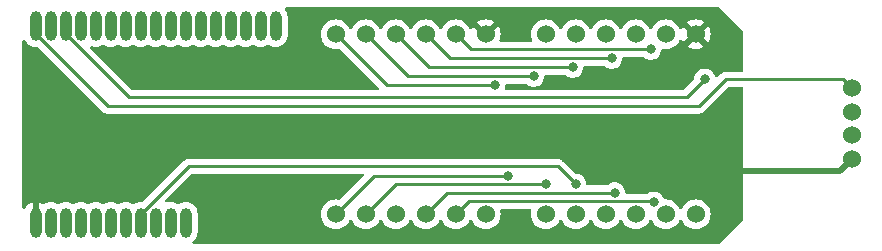
<source format=gbr>
%TF.GenerationSoftware,KiCad,Pcbnew,8.0.3*%
%TF.CreationDate,2024-07-01T08:25:33+09:00*%
%TF.ProjectId,Unit-HDPL-1414,556e6974-2d48-4445-904c-2d313431342e,rev?*%
%TF.SameCoordinates,Original*%
%TF.FileFunction,Copper,L2,Bot*%
%TF.FilePolarity,Positive*%
%FSLAX46Y46*%
G04 Gerber Fmt 4.6, Leading zero omitted, Abs format (unit mm)*
G04 Created by KiCad (PCBNEW 8.0.3) date 2024-07-01 08:25:33*
%MOMM*%
%LPD*%
G01*
G04 APERTURE LIST*
G04 Aperture macros list*
%AMRoundRect*
0 Rectangle with rounded corners*
0 $1 Rounding radius*
0 $2 $3 $4 $5 $6 $7 $8 $9 X,Y pos of 4 corners*
0 Add a 4 corners polygon primitive as box body*
4,1,4,$2,$3,$4,$5,$6,$7,$8,$9,$2,$3,0*
0 Add four circle primitives for the rounded corners*
1,1,$1+$1,$2,$3*
1,1,$1+$1,$4,$5*
1,1,$1+$1,$6,$7*
1,1,$1+$1,$8,$9*
0 Add four rect primitives between the rounded corners*
20,1,$1+$1,$2,$3,$4,$5,0*
20,1,$1+$1,$4,$5,$6,$7,0*
20,1,$1+$1,$6,$7,$8,$9,0*
20,1,$1+$1,$8,$9,$2,$3,0*%
G04 Aperture macros list end*
%TA.AperFunction,ComponentPad*%
%ADD10RoundRect,0.500000X-0.008000X0.750000X-0.008000X-0.750000X0.008000X-0.750000X0.008000X0.750000X0*%
%TD*%
%TA.AperFunction,ComponentPad*%
%ADD11RoundRect,0.500000X0.008000X-0.750000X0.008000X0.750000X-0.008000X0.750000X-0.008000X-0.750000X0*%
%TD*%
%TA.AperFunction,ComponentPad*%
%ADD12C,1.524000*%
%TD*%
%TA.AperFunction,ViaPad*%
%ADD13C,0.800000*%
%TD*%
%TA.AperFunction,Conductor*%
%ADD14C,0.250000*%
%TD*%
%TA.AperFunction,Conductor*%
%ADD15C,0.500000*%
%TD*%
G04 APERTURE END LIST*
D10*
%TO.P,U1,1,G1*%
%TO.N,Net-(U1-G1)*%
X91440000Y-80580000D03*
%TO.P,U1,2,G2*%
%TO.N,unconnected-(U1-G2-Pad2)*%
X90170000Y-80580000D03*
%TO.P,U1,3,G3*%
%TO.N,Net-(U1-G3)*%
X88900000Y-80580000D03*
%TO.P,U1,4,G4*%
%TO.N,unconnected-(U1-G4-Pad4)*%
X87630000Y-80580000D03*
%TO.P,U1,5,G5*%
%TO.N,Net-(U1-G5)*%
X86360000Y-80580000D03*
%TO.P,U1,6,G6*%
%TO.N,unconnected-(U1-G6-Pad6)*%
X85090000Y-80580000D03*
%TO.P,U1,7,G7*%
%TO.N,Net-(U1-G7)*%
X83820000Y-80580000D03*
%TO.P,U1,8,G8*%
%TO.N,unconnected-(U1-G8-Pad8)*%
X82550000Y-80580000D03*
%TO.P,U1,9,G9*%
%TO.N,Net-(U1-G9)*%
X81280000Y-80580000D03*
%TO.P,U1,10,G10*%
%TO.N,unconnected-(U1-G10-Pad10)*%
X80010000Y-80580000D03*
%TO.P,U1,11,GND*%
%TO.N,unconnected-(U1-GND-Pad11)*%
X78740000Y-80580000D03*
%TO.P,U1,12,G11*%
%TO.N,unconnected-(U1-G11-Pad12)*%
X77470000Y-80580000D03*
%TO.P,U1,13,5V*%
%TO.N,+5V*%
X76200000Y-80580000D03*
%TO.P,U1,14,G12*%
%TO.N,unconnected-(U1-G12-Pad14)*%
X74930000Y-80580000D03*
%TO.P,U1,15,G13/SDA*%
%TO.N,Net-(J1-Pin_3)*%
X73660000Y-80580000D03*
%TO.P,U1,16,G14*%
%TO.N,unconnected-(U1-G14-Pad16)*%
X72390000Y-80580000D03*
%TO.P,U1,17,G15/SCL*%
%TO.N,Net-(J1-Pin_4)*%
X71120000Y-80580000D03*
D11*
%TO.P,U1,18,GND*%
%TO.N,GND*%
X71120000Y-97220000D03*
%TO.P,U1,19,G39*%
%TO.N,unconnected-(U1-G39-Pad19)*%
X72390000Y-97220000D03*
%TO.P,U1,20,G0*%
%TO.N,unconnected-(U1-G0-Pad20)*%
X73660000Y-97220000D03*
%TO.P,U1,21,G40*%
%TO.N,Net-(U1-G40)*%
X74930000Y-97220000D03*
%TO.P,U1,22,EN*%
%TO.N,unconnected-(U1-EN-Pad22)*%
X76200000Y-97220000D03*
%TO.P,U1,23,G41*%
%TO.N,Net-(U1-G41)*%
X77470000Y-97220000D03*
%TO.P,U1,24,G44*%
%TO.N,Net-(U1-G44)*%
X78740000Y-97220000D03*
%TO.P,U1,25,G42*%
%TO.N,Net-(U1-G42)*%
X80010000Y-97220000D03*
%TO.P,U1,26,G43*%
%TO.N,Net-(U1-G43)*%
X81280000Y-97220000D03*
%TO.P,U1,27,G46*%
%TO.N,Net-(U1-G46)*%
X82550000Y-97220000D03*
%TO.P,U1,28,3V3*%
%TO.N,+3.3V*%
X83820000Y-97220000D03*
%TD*%
D12*
%TO.P,J1,1,Pin_1*%
%TO.N,GND*%
X140208000Y-91852000D03*
%TO.P,J1,2,Pin_2*%
%TO.N,+5V*%
X140208000Y-89852000D03*
%TO.P,J1,3,Pin_3*%
%TO.N,Net-(J1-Pin_3)*%
X140208000Y-87852000D03*
%TO.P,J1,4,Pin_4*%
%TO.N,Net-(J1-Pin_4)*%
X140208000Y-85852000D03*
%TD*%
%TO.P,U2,1,D5*%
%TO.N,Net-(U1-G46)*%
X96520000Y-96520000D03*
%TO.P,U2,2,D4*%
%TO.N,Net-(U1-G43)*%
X99060000Y-96520000D03*
%TO.P,U2,3,WR*%
%TO.N,Net-(U1-G44)*%
X101600000Y-96520000D03*
%TO.P,U2,4,A1*%
%TO.N,Net-(U1-G41)*%
X104140000Y-96520000D03*
%TO.P,U2,5,A0*%
%TO.N,Net-(U1-G40)*%
X106680000Y-96520000D03*
%TO.P,U2,6,VDD*%
%TO.N,+3.3V*%
X109220000Y-96520000D03*
%TO.P,U2,7,GND*%
%TO.N,GND*%
X109220000Y-81280000D03*
%TO.P,U2,8,D0*%
%TO.N,Net-(U1-G9)*%
X106680000Y-81280000D03*
%TO.P,U2,9,D1*%
%TO.N,Net-(U1-G7)*%
X104140000Y-81280000D03*
%TO.P,U2,10,D2*%
%TO.N,Net-(U1-G5)*%
X101600000Y-81280000D03*
%TO.P,U2,11,D3*%
%TO.N,Net-(U1-G3)*%
X99060000Y-81280000D03*
%TO.P,U2,12,D6*%
%TO.N,Net-(U1-G1)*%
X96520000Y-81280000D03*
%TD*%
%TO.P,U3,1,D5*%
%TO.N,Net-(U1-G46)*%
X114300000Y-96520000D03*
%TO.P,U3,2,D4*%
%TO.N,Net-(U1-G43)*%
X116840000Y-96520000D03*
%TO.P,U3,3,WR*%
%TO.N,Net-(U1-G42)*%
X119380000Y-96520000D03*
%TO.P,U3,4,A1*%
%TO.N,Net-(U1-G41)*%
X121920000Y-96520000D03*
%TO.P,U3,5,A0*%
%TO.N,Net-(U1-G40)*%
X124460000Y-96520000D03*
%TO.P,U3,6,VDD*%
%TO.N,+3.3V*%
X127000000Y-96520000D03*
%TO.P,U3,7,GND*%
%TO.N,GND*%
X127000000Y-81280000D03*
%TO.P,U3,8,D0*%
%TO.N,Net-(U1-G9)*%
X124460000Y-81280000D03*
%TO.P,U3,9,D1*%
%TO.N,Net-(U1-G7)*%
X121920000Y-81280000D03*
%TO.P,U3,10,D2*%
%TO.N,Net-(U1-G5)*%
X119380000Y-81280000D03*
%TO.P,U3,11,D3*%
%TO.N,Net-(U1-G3)*%
X116840000Y-81280000D03*
%TO.P,U3,12,D6*%
%TO.N,Net-(U1-G1)*%
X114300000Y-81280000D03*
%TD*%
D13*
%TO.N,Net-(J1-Pin_3)*%
X127762000Y-85090000D03*
%TO.N,GND*%
X83820000Y-88900000D03*
X88900000Y-88900000D03*
X78740000Y-88900000D03*
X93980000Y-80010000D03*
X99060000Y-88900000D03*
X129540000Y-88900000D03*
X114300000Y-88900000D03*
X73660000Y-88900000D03*
X109220000Y-88900000D03*
X129540000Y-82550000D03*
X76200000Y-91440000D03*
X102870000Y-80010000D03*
X93980000Y-88900000D03*
X124460000Y-88900000D03*
X111760000Y-80010000D03*
X128787797Y-92592797D03*
X119380000Y-88900000D03*
X81280000Y-91440000D03*
X128270000Y-80010000D03*
X104140000Y-88900000D03*
X120650000Y-80010000D03*
%TO.N,Net-(U1-G9)*%
X123190000Y-82550000D03*
%TO.N,Net-(U1-G41)*%
X120142000Y-94708000D03*
%TO.N,Net-(U1-G3)*%
X113284000Y-84836000D03*
%TO.N,Net-(U1-G1)*%
X109982000Y-85598000D03*
%TO.N,Net-(U1-G5)*%
X116586000Y-84074000D03*
%TO.N,Net-(U1-G46)*%
X111125000Y-93255000D03*
%TO.N,Net-(U1-G42)*%
X116840000Y-93980000D03*
%TO.N,Net-(U1-G43)*%
X114300000Y-93980000D03*
%TO.N,Net-(U1-G40)*%
X123444000Y-95504000D03*
%TO.N,Net-(U1-G7)*%
X119888000Y-83312000D03*
%TD*%
D14*
%TO.N,Net-(J1-Pin_3)*%
X78994000Y-86614000D02*
X73660000Y-81280000D01*
X126238000Y-86614000D02*
X78994000Y-86614000D01*
X127762000Y-85090000D02*
X126238000Y-86614000D01*
D15*
%TO.N,GND*%
X129032000Y-92837000D02*
X128787797Y-92592797D01*
X139223000Y-92837000D02*
X129032000Y-92837000D01*
X140208000Y-91852000D02*
X139223000Y-92837000D01*
D14*
X128787797Y-92592797D02*
X128778000Y-92583000D01*
%TO.N,Net-(J1-Pin_4)*%
X140208000Y-85852000D02*
X139446000Y-85090000D01*
X127254000Y-87376000D02*
X77216000Y-87376000D01*
X77216000Y-87376000D02*
X71120000Y-81280000D01*
X139446000Y-85090000D02*
X129540000Y-85090000D01*
X129540000Y-85090000D02*
X127254000Y-87376000D01*
%TO.N,Net-(U1-G9)*%
X106680000Y-81280000D02*
X107950000Y-82550000D01*
X123190000Y-82550000D02*
X108204000Y-82550000D01*
X107950000Y-82550000D02*
X108204000Y-82550000D01*
%TO.N,Net-(U1-G41)*%
X105952000Y-94708000D02*
X104140000Y-96520000D01*
X120142000Y-94708000D02*
X105952000Y-94708000D01*
%TO.N,Net-(U1-G3)*%
X102616000Y-84836000D02*
X103124000Y-84836000D01*
X99060000Y-81280000D02*
X102616000Y-84836000D01*
X113284000Y-84836000D02*
X103124000Y-84836000D01*
%TO.N,Net-(U1-G1)*%
X100838000Y-85598000D02*
X101346000Y-85598000D01*
X109982000Y-85598000D02*
X101346000Y-85598000D01*
X96520000Y-81280000D02*
X100838000Y-85598000D01*
%TO.N,Net-(U1-G5)*%
X116586000Y-84074000D02*
X104648000Y-84074000D01*
X104394000Y-84074000D02*
X104648000Y-84074000D01*
X101600000Y-81280000D02*
X104394000Y-84074000D01*
%TO.N,Net-(U1-G46)*%
X99785000Y-93255000D02*
X96520000Y-96520000D01*
X111125000Y-93255000D02*
X99785000Y-93255000D01*
%TO.N,Net-(U1-G42)*%
X116840000Y-93980000D02*
X115316000Y-92456000D01*
X84074000Y-92456000D02*
X80010000Y-96520000D01*
X115316000Y-92456000D02*
X84074000Y-92456000D01*
%TO.N,Net-(U1-G43)*%
X101600000Y-93980000D02*
X99060000Y-96520000D01*
X114300000Y-93980000D02*
X101600000Y-93980000D01*
%TO.N,Net-(U1-G40)*%
X123444000Y-95504000D02*
X123373000Y-95433000D01*
X107767000Y-95433000D02*
X106680000Y-96520000D01*
X123373000Y-95433000D02*
X107767000Y-95433000D01*
%TO.N,Net-(U1-G7)*%
X104140000Y-81280000D02*
X106172000Y-83312000D01*
X119888000Y-83312000D02*
X106172000Y-83312000D01*
%TD*%
%TA.AperFunction,Conductor*%
%TO.N,GND*%
G36*
X70205203Y-81773604D02*
G01*
X70233907Y-81809903D01*
X70237705Y-81817174D01*
X70272302Y-81883407D01*
X70400890Y-82041109D01*
X70466511Y-82094615D01*
X70558593Y-82169698D01*
X70738951Y-82263909D01*
X70934582Y-82319886D01*
X71053963Y-82330500D01*
X71186036Y-82330499D01*
X71220056Y-82327474D01*
X71288573Y-82341144D01*
X71318716Y-82363306D01*
X76727016Y-87771606D01*
X76727045Y-87771637D01*
X76817264Y-87861856D01*
X76817267Y-87861858D01*
X76894190Y-87913256D01*
X76919710Y-87930309D01*
X76919712Y-87930310D01*
X76919715Y-87930312D01*
X76986396Y-87957931D01*
X76986398Y-87957933D01*
X77026640Y-87974601D01*
X77033548Y-87977463D01*
X77093971Y-87989481D01*
X77154393Y-88001500D01*
X127315607Y-88001500D01*
X127376029Y-87989481D01*
X127436452Y-87977463D01*
X127436455Y-87977461D01*
X127436458Y-87977461D01*
X127469787Y-87963654D01*
X127469786Y-87963654D01*
X127469792Y-87963652D01*
X127550286Y-87930312D01*
X127601509Y-87896084D01*
X127652733Y-87861858D01*
X127739858Y-87774733D01*
X127739859Y-87774731D01*
X127746925Y-87767665D01*
X127746927Y-87767661D01*
X129762771Y-85751819D01*
X129824094Y-85718334D01*
X129850452Y-85715500D01*
X130876000Y-85715500D01*
X130943039Y-85735185D01*
X130988794Y-85787989D01*
X131000000Y-85839500D01*
X131000000Y-96948638D01*
X130980315Y-97015677D01*
X130963681Y-97036319D01*
X129036319Y-98963681D01*
X128974996Y-98997166D01*
X128948638Y-99000000D01*
X84496315Y-99000000D01*
X84429276Y-98980315D01*
X84383521Y-98927511D01*
X84373577Y-98858353D01*
X84402602Y-98794797D01*
X84417954Y-98779898D01*
X84539109Y-98681109D01*
X84667698Y-98523407D01*
X84761909Y-98343049D01*
X84817886Y-98147418D01*
X84828500Y-98028037D01*
X84828499Y-96411964D01*
X84817886Y-96292582D01*
X84773012Y-96135756D01*
X84761910Y-96096954D01*
X84761909Y-96096953D01*
X84761909Y-96096951D01*
X84667698Y-95916593D01*
X84615684Y-95852803D01*
X84539109Y-95758890D01*
X84409927Y-95653557D01*
X84381407Y-95630302D01*
X84201049Y-95536091D01*
X84201048Y-95536090D01*
X84201045Y-95536089D01*
X84083829Y-95502550D01*
X84005418Y-95480114D01*
X84005415Y-95480113D01*
X84005413Y-95480113D01*
X83939102Y-95474217D01*
X83886037Y-95469500D01*
X83886032Y-95469500D01*
X83753972Y-95469500D01*
X83753964Y-95469501D01*
X83634584Y-95480113D01*
X83438954Y-95536089D01*
X83258587Y-95630305D01*
X83253340Y-95633764D01*
X83251755Y-95631359D01*
X83198663Y-95653557D01*
X83129863Y-95641379D01*
X83117062Y-95633152D01*
X83116660Y-95633764D01*
X83111412Y-95630305D01*
X83111408Y-95630303D01*
X83111407Y-95630302D01*
X82931049Y-95536091D01*
X82931048Y-95536090D01*
X82931045Y-95536089D01*
X82813829Y-95502550D01*
X82735418Y-95480114D01*
X82735415Y-95480113D01*
X82735413Y-95480113D01*
X82669102Y-95474217D01*
X82616037Y-95469500D01*
X82616032Y-95469500D01*
X82483972Y-95469500D01*
X82483964Y-95469501D01*
X82364584Y-95480113D01*
X82222513Y-95520764D01*
X82152645Y-95520281D01*
X82094129Y-95482100D01*
X82065545Y-95418345D01*
X82075967Y-95349257D01*
X82100718Y-95313870D01*
X84296771Y-93117819D01*
X84358094Y-93084334D01*
X84384452Y-93081500D01*
X98774548Y-93081500D01*
X98841587Y-93101185D01*
X98887342Y-93153989D01*
X98897286Y-93223147D01*
X98868261Y-93286703D01*
X98862229Y-93293181D01*
X96903795Y-95251613D01*
X96842472Y-95285098D01*
X96784021Y-95283707D01*
X96740068Y-95271930D01*
X96520002Y-95252677D01*
X96519998Y-95252677D01*
X96299937Y-95271929D01*
X96299929Y-95271930D01*
X96086554Y-95329104D01*
X96086548Y-95329107D01*
X95886340Y-95422465D01*
X95886338Y-95422466D01*
X95705377Y-95549175D01*
X95549175Y-95705377D01*
X95422466Y-95886338D01*
X95422465Y-95886340D01*
X95329107Y-96086548D01*
X95329104Y-96086554D01*
X95271930Y-96299929D01*
X95271929Y-96299937D01*
X95252677Y-96519997D01*
X95252677Y-96520002D01*
X95271929Y-96740062D01*
X95271930Y-96740070D01*
X95329104Y-96953445D01*
X95329105Y-96953447D01*
X95329106Y-96953450D01*
X95422464Y-97153658D01*
X95422466Y-97153662D01*
X95422468Y-97153666D01*
X95549170Y-97334615D01*
X95549175Y-97334621D01*
X95705378Y-97490824D01*
X95705384Y-97490829D01*
X95886333Y-97617531D01*
X95886335Y-97617532D01*
X95886338Y-97617534D01*
X96086550Y-97710894D01*
X96299932Y-97768070D01*
X96457123Y-97781822D01*
X96519998Y-97787323D01*
X96520000Y-97787323D01*
X96520002Y-97787323D01*
X96575017Y-97782509D01*
X96740068Y-97768070D01*
X96953450Y-97710894D01*
X97153662Y-97617534D01*
X97334620Y-97490826D01*
X97490826Y-97334620D01*
X97617534Y-97153662D01*
X97677618Y-97024811D01*
X97723790Y-96972371D01*
X97790983Y-96953219D01*
X97857865Y-96973435D01*
X97902382Y-97024811D01*
X97962464Y-97153658D01*
X97962468Y-97153666D01*
X98089170Y-97334615D01*
X98089175Y-97334621D01*
X98245378Y-97490824D01*
X98245384Y-97490829D01*
X98426333Y-97617531D01*
X98426335Y-97617532D01*
X98426338Y-97617534D01*
X98626550Y-97710894D01*
X98839932Y-97768070D01*
X98997123Y-97781822D01*
X99059998Y-97787323D01*
X99060000Y-97787323D01*
X99060002Y-97787323D01*
X99115017Y-97782509D01*
X99280068Y-97768070D01*
X99493450Y-97710894D01*
X99693662Y-97617534D01*
X99874620Y-97490826D01*
X100030826Y-97334620D01*
X100157534Y-97153662D01*
X100217618Y-97024811D01*
X100263790Y-96972371D01*
X100330983Y-96953219D01*
X100397865Y-96973435D01*
X100442382Y-97024811D01*
X100502464Y-97153658D01*
X100502468Y-97153666D01*
X100629170Y-97334615D01*
X100629175Y-97334621D01*
X100785378Y-97490824D01*
X100785384Y-97490829D01*
X100966333Y-97617531D01*
X100966335Y-97617532D01*
X100966338Y-97617534D01*
X101166550Y-97710894D01*
X101379932Y-97768070D01*
X101537123Y-97781822D01*
X101599998Y-97787323D01*
X101600000Y-97787323D01*
X101600002Y-97787323D01*
X101655017Y-97782509D01*
X101820068Y-97768070D01*
X102033450Y-97710894D01*
X102233662Y-97617534D01*
X102414620Y-97490826D01*
X102570826Y-97334620D01*
X102697534Y-97153662D01*
X102757618Y-97024811D01*
X102803790Y-96972371D01*
X102870983Y-96953219D01*
X102937865Y-96973435D01*
X102982382Y-97024811D01*
X103042464Y-97153658D01*
X103042468Y-97153666D01*
X103169170Y-97334615D01*
X103169175Y-97334621D01*
X103325378Y-97490824D01*
X103325384Y-97490829D01*
X103506333Y-97617531D01*
X103506335Y-97617532D01*
X103506338Y-97617534D01*
X103706550Y-97710894D01*
X103919932Y-97768070D01*
X104077123Y-97781822D01*
X104139998Y-97787323D01*
X104140000Y-97787323D01*
X104140002Y-97787323D01*
X104195017Y-97782509D01*
X104360068Y-97768070D01*
X104573450Y-97710894D01*
X104773662Y-97617534D01*
X104954620Y-97490826D01*
X105110826Y-97334620D01*
X105237534Y-97153662D01*
X105297618Y-97024811D01*
X105343790Y-96972371D01*
X105410983Y-96953219D01*
X105477865Y-96973435D01*
X105522382Y-97024811D01*
X105582464Y-97153658D01*
X105582468Y-97153666D01*
X105709170Y-97334615D01*
X105709175Y-97334621D01*
X105865378Y-97490824D01*
X105865384Y-97490829D01*
X106046333Y-97617531D01*
X106046335Y-97617532D01*
X106046338Y-97617534D01*
X106246550Y-97710894D01*
X106459932Y-97768070D01*
X106617123Y-97781822D01*
X106679998Y-97787323D01*
X106680000Y-97787323D01*
X106680002Y-97787323D01*
X106735017Y-97782509D01*
X106900068Y-97768070D01*
X107113450Y-97710894D01*
X107313662Y-97617534D01*
X107494620Y-97490826D01*
X107650826Y-97334620D01*
X107777534Y-97153662D01*
X107837618Y-97024811D01*
X107883790Y-96972371D01*
X107950983Y-96953219D01*
X108017865Y-96973435D01*
X108062382Y-97024811D01*
X108122464Y-97153658D01*
X108122468Y-97153666D01*
X108249170Y-97334615D01*
X108249175Y-97334621D01*
X108405378Y-97490824D01*
X108405384Y-97490829D01*
X108586333Y-97617531D01*
X108586335Y-97617532D01*
X108586338Y-97617534D01*
X108786550Y-97710894D01*
X108999932Y-97768070D01*
X109157123Y-97781822D01*
X109219998Y-97787323D01*
X109220000Y-97787323D01*
X109220002Y-97787323D01*
X109275017Y-97782509D01*
X109440068Y-97768070D01*
X109653450Y-97710894D01*
X109853662Y-97617534D01*
X110034620Y-97490826D01*
X110190826Y-97334620D01*
X110317534Y-97153662D01*
X110410894Y-96953450D01*
X110468070Y-96740068D01*
X110487323Y-96520000D01*
X110468070Y-96299932D01*
X110445203Y-96214592D01*
X110446866Y-96144744D01*
X110486028Y-96086881D01*
X110550256Y-96059377D01*
X110564978Y-96058500D01*
X112955022Y-96058500D01*
X113022061Y-96078185D01*
X113067816Y-96130989D01*
X113077760Y-96200147D01*
X113074798Y-96214585D01*
X113063054Y-96258415D01*
X113051930Y-96299930D01*
X113051929Y-96299937D01*
X113032677Y-96519997D01*
X113032677Y-96520002D01*
X113051929Y-96740062D01*
X113051930Y-96740070D01*
X113109104Y-96953445D01*
X113109105Y-96953447D01*
X113109106Y-96953450D01*
X113202464Y-97153658D01*
X113202466Y-97153662D01*
X113202468Y-97153666D01*
X113329170Y-97334615D01*
X113329175Y-97334621D01*
X113485378Y-97490824D01*
X113485384Y-97490829D01*
X113666333Y-97617531D01*
X113666335Y-97617532D01*
X113666338Y-97617534D01*
X113866550Y-97710894D01*
X114079932Y-97768070D01*
X114237123Y-97781822D01*
X114299998Y-97787323D01*
X114300000Y-97787323D01*
X114300002Y-97787323D01*
X114355017Y-97782509D01*
X114520068Y-97768070D01*
X114733450Y-97710894D01*
X114933662Y-97617534D01*
X115114620Y-97490826D01*
X115270826Y-97334620D01*
X115397534Y-97153662D01*
X115457618Y-97024811D01*
X115503790Y-96972371D01*
X115570983Y-96953219D01*
X115637865Y-96973435D01*
X115682382Y-97024811D01*
X115742464Y-97153658D01*
X115742468Y-97153666D01*
X115869170Y-97334615D01*
X115869175Y-97334621D01*
X116025378Y-97490824D01*
X116025384Y-97490829D01*
X116206333Y-97617531D01*
X116206335Y-97617532D01*
X116206338Y-97617534D01*
X116406550Y-97710894D01*
X116619932Y-97768070D01*
X116777123Y-97781822D01*
X116839998Y-97787323D01*
X116840000Y-97787323D01*
X116840002Y-97787323D01*
X116895017Y-97782509D01*
X117060068Y-97768070D01*
X117273450Y-97710894D01*
X117473662Y-97617534D01*
X117654620Y-97490826D01*
X117810826Y-97334620D01*
X117937534Y-97153662D01*
X117997618Y-97024811D01*
X118043790Y-96972371D01*
X118110983Y-96953219D01*
X118177865Y-96973435D01*
X118222382Y-97024811D01*
X118282464Y-97153658D01*
X118282468Y-97153666D01*
X118409170Y-97334615D01*
X118409175Y-97334621D01*
X118565378Y-97490824D01*
X118565384Y-97490829D01*
X118746333Y-97617531D01*
X118746335Y-97617532D01*
X118746338Y-97617534D01*
X118946550Y-97710894D01*
X119159932Y-97768070D01*
X119317123Y-97781822D01*
X119379998Y-97787323D01*
X119380000Y-97787323D01*
X119380002Y-97787323D01*
X119435017Y-97782509D01*
X119600068Y-97768070D01*
X119813450Y-97710894D01*
X120013662Y-97617534D01*
X120194620Y-97490826D01*
X120350826Y-97334620D01*
X120477534Y-97153662D01*
X120537618Y-97024811D01*
X120583790Y-96972371D01*
X120650983Y-96953219D01*
X120717865Y-96973435D01*
X120762382Y-97024811D01*
X120822464Y-97153658D01*
X120822468Y-97153666D01*
X120949170Y-97334615D01*
X120949175Y-97334621D01*
X121105378Y-97490824D01*
X121105384Y-97490829D01*
X121286333Y-97617531D01*
X121286335Y-97617532D01*
X121286338Y-97617534D01*
X121486550Y-97710894D01*
X121699932Y-97768070D01*
X121857123Y-97781822D01*
X121919998Y-97787323D01*
X121920000Y-97787323D01*
X121920002Y-97787323D01*
X121975017Y-97782509D01*
X122140068Y-97768070D01*
X122353450Y-97710894D01*
X122553662Y-97617534D01*
X122734620Y-97490826D01*
X122890826Y-97334620D01*
X123017534Y-97153662D01*
X123077618Y-97024811D01*
X123123790Y-96972371D01*
X123190983Y-96953219D01*
X123257865Y-96973435D01*
X123302382Y-97024811D01*
X123362464Y-97153658D01*
X123362468Y-97153666D01*
X123489170Y-97334615D01*
X123489175Y-97334621D01*
X123645378Y-97490824D01*
X123645384Y-97490829D01*
X123826333Y-97617531D01*
X123826335Y-97617532D01*
X123826338Y-97617534D01*
X124026550Y-97710894D01*
X124239932Y-97768070D01*
X124397123Y-97781822D01*
X124459998Y-97787323D01*
X124460000Y-97787323D01*
X124460002Y-97787323D01*
X124515017Y-97782509D01*
X124680068Y-97768070D01*
X124893450Y-97710894D01*
X125093662Y-97617534D01*
X125274620Y-97490826D01*
X125430826Y-97334620D01*
X125557534Y-97153662D01*
X125617618Y-97024811D01*
X125663790Y-96972371D01*
X125730983Y-96953219D01*
X125797865Y-96973435D01*
X125842382Y-97024811D01*
X125902464Y-97153658D01*
X125902468Y-97153666D01*
X126029170Y-97334615D01*
X126029175Y-97334621D01*
X126185378Y-97490824D01*
X126185384Y-97490829D01*
X126366333Y-97617531D01*
X126366335Y-97617532D01*
X126366338Y-97617534D01*
X126566550Y-97710894D01*
X126779932Y-97768070D01*
X126937123Y-97781822D01*
X126999998Y-97787323D01*
X127000000Y-97787323D01*
X127000002Y-97787323D01*
X127055017Y-97782509D01*
X127220068Y-97768070D01*
X127433450Y-97710894D01*
X127633662Y-97617534D01*
X127814620Y-97490826D01*
X127970826Y-97334620D01*
X128097534Y-97153662D01*
X128190894Y-96953450D01*
X128248070Y-96740068D01*
X128267323Y-96520000D01*
X128248070Y-96299932D01*
X128190894Y-96086550D01*
X128097534Y-95886339D01*
X127970826Y-95705380D01*
X127814620Y-95549174D01*
X127814616Y-95549171D01*
X127814615Y-95549170D01*
X127633666Y-95422468D01*
X127633662Y-95422466D01*
X127624824Y-95418345D01*
X127433450Y-95329106D01*
X127433447Y-95329105D01*
X127433445Y-95329104D01*
X127220070Y-95271930D01*
X127220062Y-95271929D01*
X127000002Y-95252677D01*
X126999998Y-95252677D01*
X126779937Y-95271929D01*
X126779929Y-95271930D01*
X126566554Y-95329104D01*
X126566548Y-95329107D01*
X126366340Y-95422465D01*
X126366338Y-95422466D01*
X126185377Y-95549175D01*
X126029175Y-95705377D01*
X125902466Y-95886338D01*
X125902465Y-95886340D01*
X125842382Y-96015189D01*
X125796209Y-96067628D01*
X125729016Y-96086780D01*
X125662135Y-96066564D01*
X125617618Y-96015189D01*
X125571770Y-95916868D01*
X125557534Y-95886339D01*
X125430826Y-95705380D01*
X125274620Y-95549174D01*
X125274616Y-95549171D01*
X125274615Y-95549170D01*
X125093666Y-95422468D01*
X125093662Y-95422466D01*
X125084824Y-95418345D01*
X124893450Y-95329106D01*
X124893447Y-95329105D01*
X124893445Y-95329104D01*
X124680070Y-95271930D01*
X124680062Y-95271929D01*
X124460002Y-95252677D01*
X124459997Y-95252677D01*
X124411607Y-95256910D01*
X124343107Y-95243143D01*
X124292925Y-95194527D01*
X124282873Y-95171708D01*
X124271179Y-95135716D01*
X124271178Y-95135714D01*
X124271177Y-95135711D01*
X124176534Y-94971785D01*
X124049870Y-94831111D01*
X123896734Y-94719851D01*
X123896729Y-94719848D01*
X123723807Y-94642857D01*
X123723802Y-94642855D01*
X123548055Y-94605500D01*
X123538646Y-94603500D01*
X123349354Y-94603500D01*
X123339945Y-94605500D01*
X123164197Y-94642855D01*
X123164192Y-94642857D01*
X122991270Y-94719848D01*
X122991265Y-94719851D01*
X122903223Y-94783818D01*
X122837417Y-94807298D01*
X122830338Y-94807500D01*
X121169568Y-94807500D01*
X121102529Y-94787815D01*
X121056774Y-94735011D01*
X121046247Y-94696462D01*
X121027674Y-94519744D01*
X120969179Y-94339716D01*
X120874533Y-94175784D01*
X120747871Y-94035112D01*
X120747870Y-94035111D01*
X120594734Y-93923851D01*
X120594729Y-93923848D01*
X120421807Y-93846857D01*
X120421802Y-93846855D01*
X120276001Y-93815865D01*
X120236646Y-93807500D01*
X120047354Y-93807500D01*
X120014897Y-93814398D01*
X119862197Y-93846855D01*
X119862192Y-93846857D01*
X119689270Y-93923848D01*
X119689265Y-93923851D01*
X119536130Y-94035110D01*
X119536126Y-94035114D01*
X119530400Y-94041474D01*
X119470913Y-94078121D01*
X119438252Y-94082500D01*
X117867883Y-94082500D01*
X117800844Y-94062815D01*
X117755089Y-94010011D01*
X117744562Y-93971464D01*
X117725674Y-93791744D01*
X117667179Y-93611716D01*
X117572533Y-93447784D01*
X117445871Y-93307112D01*
X117445870Y-93307111D01*
X117292734Y-93195851D01*
X117292729Y-93195848D01*
X117119807Y-93118857D01*
X117119802Y-93118855D01*
X116944055Y-93081500D01*
X116934646Y-93079500D01*
X116934645Y-93079500D01*
X116875453Y-93079500D01*
X116808414Y-93059815D01*
X116787772Y-93043181D01*
X115808928Y-92064338D01*
X115808925Y-92064334D01*
X115808925Y-92064335D01*
X115801858Y-92057268D01*
X115801858Y-92057267D01*
X115714733Y-91970142D01*
X115714732Y-91970141D01*
X115714731Y-91970140D01*
X115663509Y-91935915D01*
X115612287Y-91901689D01*
X115612286Y-91901688D01*
X115612283Y-91901686D01*
X115612280Y-91901685D01*
X115531792Y-91868347D01*
X115498453Y-91854537D01*
X115488427Y-91852543D01*
X115438029Y-91842518D01*
X115377610Y-91830500D01*
X115377607Y-91830500D01*
X115377606Y-91830500D01*
X84135607Y-91830500D01*
X84012393Y-91830500D01*
X84012389Y-91830500D01*
X83951971Y-91842518D01*
X83891548Y-91854537D01*
X83891543Y-91854538D01*
X83858207Y-91868347D01*
X83844397Y-91874067D01*
X83822169Y-91883274D01*
X83777713Y-91901688D01*
X83767557Y-91908475D01*
X83767449Y-91908547D01*
X83675268Y-91970140D01*
X83631705Y-92013703D01*
X83588142Y-92057267D01*
X83588139Y-92057270D01*
X80208716Y-95436692D01*
X80147393Y-95470177D01*
X80110057Y-95472524D01*
X80083652Y-95470177D01*
X80076037Y-95469500D01*
X80076035Y-95469500D01*
X79943972Y-95469500D01*
X79943964Y-95469501D01*
X79824584Y-95480113D01*
X79628954Y-95536089D01*
X79448587Y-95630305D01*
X79443340Y-95633764D01*
X79441755Y-95631359D01*
X79388663Y-95653557D01*
X79319863Y-95641379D01*
X79307062Y-95633152D01*
X79306660Y-95633764D01*
X79301412Y-95630305D01*
X79301408Y-95630303D01*
X79301407Y-95630302D01*
X79121049Y-95536091D01*
X79121048Y-95536090D01*
X79121045Y-95536089D01*
X79003829Y-95502550D01*
X78925418Y-95480114D01*
X78925415Y-95480113D01*
X78925413Y-95480113D01*
X78859102Y-95474217D01*
X78806037Y-95469500D01*
X78806032Y-95469500D01*
X78673972Y-95469500D01*
X78673964Y-95469501D01*
X78554584Y-95480113D01*
X78358954Y-95536089D01*
X78178587Y-95630305D01*
X78173340Y-95633764D01*
X78171755Y-95631359D01*
X78118663Y-95653557D01*
X78049863Y-95641379D01*
X78037062Y-95633152D01*
X78036660Y-95633764D01*
X78031412Y-95630305D01*
X78031408Y-95630303D01*
X78031407Y-95630302D01*
X77851049Y-95536091D01*
X77851048Y-95536090D01*
X77851045Y-95536089D01*
X77733829Y-95502550D01*
X77655418Y-95480114D01*
X77655415Y-95480113D01*
X77655413Y-95480113D01*
X77589102Y-95474217D01*
X77536037Y-95469500D01*
X77536032Y-95469500D01*
X77403972Y-95469500D01*
X77403964Y-95469501D01*
X77284584Y-95480113D01*
X77088954Y-95536089D01*
X76908587Y-95630305D01*
X76903340Y-95633764D01*
X76901755Y-95631359D01*
X76848663Y-95653557D01*
X76779863Y-95641379D01*
X76767062Y-95633152D01*
X76766660Y-95633764D01*
X76761412Y-95630305D01*
X76761408Y-95630303D01*
X76761407Y-95630302D01*
X76581049Y-95536091D01*
X76581048Y-95536090D01*
X76581045Y-95536089D01*
X76463829Y-95502550D01*
X76385418Y-95480114D01*
X76385415Y-95480113D01*
X76385413Y-95480113D01*
X76319102Y-95474217D01*
X76266037Y-95469500D01*
X76266032Y-95469500D01*
X76133972Y-95469500D01*
X76133964Y-95469501D01*
X76014584Y-95480113D01*
X75818954Y-95536089D01*
X75638587Y-95630305D01*
X75633340Y-95633764D01*
X75631755Y-95631359D01*
X75578663Y-95653557D01*
X75509863Y-95641379D01*
X75497062Y-95633152D01*
X75496660Y-95633764D01*
X75491412Y-95630305D01*
X75491408Y-95630303D01*
X75491407Y-95630302D01*
X75311049Y-95536091D01*
X75311048Y-95536090D01*
X75311045Y-95536089D01*
X75193829Y-95502550D01*
X75115418Y-95480114D01*
X75115415Y-95480113D01*
X75115413Y-95480113D01*
X75049102Y-95474217D01*
X74996037Y-95469500D01*
X74996032Y-95469500D01*
X74863972Y-95469500D01*
X74863964Y-95469501D01*
X74744584Y-95480113D01*
X74548954Y-95536089D01*
X74368587Y-95630305D01*
X74363340Y-95633764D01*
X74361755Y-95631359D01*
X74308663Y-95653557D01*
X74239863Y-95641379D01*
X74227062Y-95633152D01*
X74226660Y-95633764D01*
X74221412Y-95630305D01*
X74221408Y-95630303D01*
X74221407Y-95630302D01*
X74041049Y-95536091D01*
X74041048Y-95536090D01*
X74041045Y-95536089D01*
X73923829Y-95502550D01*
X73845418Y-95480114D01*
X73845415Y-95480113D01*
X73845413Y-95480113D01*
X73779102Y-95474217D01*
X73726037Y-95469500D01*
X73726032Y-95469500D01*
X73593972Y-95469500D01*
X73593964Y-95469501D01*
X73474584Y-95480113D01*
X73278954Y-95536089D01*
X73098587Y-95630305D01*
X73093340Y-95633764D01*
X73091755Y-95631359D01*
X73038663Y-95653557D01*
X72969863Y-95641379D01*
X72957062Y-95633152D01*
X72956660Y-95633764D01*
X72951412Y-95630305D01*
X72951408Y-95630303D01*
X72951407Y-95630302D01*
X72771049Y-95536091D01*
X72771048Y-95536090D01*
X72771045Y-95536089D01*
X72653829Y-95502550D01*
X72575418Y-95480114D01*
X72575415Y-95480113D01*
X72575413Y-95480113D01*
X72509102Y-95474217D01*
X72456037Y-95469500D01*
X72456032Y-95469500D01*
X72323972Y-95469500D01*
X72323964Y-95469501D01*
X72204584Y-95480113D01*
X72008954Y-95536089D01*
X71828587Y-95630305D01*
X71823345Y-95633761D01*
X71821825Y-95631455D01*
X71768427Y-95653863D01*
X71699611Y-95641775D01*
X71686370Y-95634175D01*
X71681134Y-95630724D01*
X71500860Y-95536557D01*
X71370000Y-95499113D01*
X71370000Y-96231184D01*
X71353940Y-96215124D01*
X71267061Y-96164964D01*
X71170160Y-96139000D01*
X71069840Y-96139000D01*
X70972939Y-96164964D01*
X70886060Y-96215124D01*
X70870000Y-96231184D01*
X70870000Y-95499113D01*
X70739137Y-95536557D01*
X70558870Y-95630721D01*
X70401246Y-95759246D01*
X70272722Y-95916868D01*
X70233909Y-95991173D01*
X70185422Y-96041480D01*
X70117434Y-96057587D01*
X70051531Y-96034380D01*
X70008636Y-95979228D01*
X70000000Y-95933761D01*
X70000000Y-81867317D01*
X70019685Y-81800278D01*
X70072489Y-81754523D01*
X70141647Y-81744579D01*
X70205203Y-81773604D01*
G37*
%TD.AperFunction*%
%TA.AperFunction,Conductor*%
G36*
X71370000Y-97346000D02*
G01*
X71350315Y-97413039D01*
X71297511Y-97458794D01*
X71246000Y-97470000D01*
X70994000Y-97470000D01*
X70926961Y-97450315D01*
X70881206Y-97397511D01*
X70870000Y-97346000D01*
X70870000Y-96808816D01*
X70886060Y-96824876D01*
X70972939Y-96875036D01*
X71069840Y-96901000D01*
X71170160Y-96901000D01*
X71267061Y-96875036D01*
X71353940Y-96824876D01*
X71370000Y-96808816D01*
X71370000Y-97346000D01*
G37*
%TD.AperFunction*%
%TA.AperFunction,Conductor*%
G36*
X129015677Y-79019685D02*
G01*
X129036319Y-79036319D01*
X130963681Y-80963681D01*
X130997166Y-81025004D01*
X131000000Y-81051362D01*
X131000000Y-84340500D01*
X130980315Y-84407539D01*
X130927511Y-84453294D01*
X130876000Y-84464500D01*
X129478389Y-84464500D01*
X129417971Y-84476518D01*
X129374743Y-84485116D01*
X129357546Y-84488537D01*
X129243716Y-84535687D01*
X129243707Y-84535692D01*
X129141268Y-84604140D01*
X129097705Y-84647703D01*
X129054142Y-84691267D01*
X129054139Y-84691270D01*
X128838820Y-84906588D01*
X128777497Y-84940073D01*
X128707805Y-84935089D01*
X128651872Y-84893217D01*
X128633208Y-84857224D01*
X128621809Y-84822142D01*
X128604132Y-84767735D01*
X128589182Y-84721724D01*
X128589180Y-84721720D01*
X128589179Y-84721716D01*
X128494533Y-84557784D01*
X128367871Y-84417112D01*
X128354695Y-84407539D01*
X128214734Y-84305851D01*
X128214729Y-84305848D01*
X128041807Y-84228857D01*
X128041802Y-84228855D01*
X127896001Y-84197865D01*
X127856646Y-84189500D01*
X127667354Y-84189500D01*
X127634897Y-84196398D01*
X127482197Y-84228855D01*
X127482192Y-84228857D01*
X127309270Y-84305848D01*
X127309265Y-84305851D01*
X127156129Y-84417111D01*
X127029466Y-84557785D01*
X126934821Y-84721715D01*
X126934818Y-84721722D01*
X126876327Y-84901740D01*
X126876326Y-84901744D01*
X126863015Y-85028394D01*
X126858679Y-85069650D01*
X126832094Y-85134264D01*
X126823038Y-85144369D01*
X126215591Y-85751819D01*
X126015229Y-85952181D01*
X125953906Y-85985666D01*
X125927548Y-85988500D01*
X110972632Y-85988500D01*
X110905593Y-85968815D01*
X110859838Y-85916011D01*
X110849894Y-85846853D01*
X110854699Y-85826186D01*
X110867674Y-85786256D01*
X110887460Y-85598000D01*
X110887460Y-85597997D01*
X110887460Y-85591502D01*
X110888782Y-85591502D01*
X110900076Y-85529735D01*
X110947807Y-85478710D01*
X111010829Y-85461500D01*
X112580252Y-85461500D01*
X112647291Y-85481185D01*
X112672400Y-85502526D01*
X112678126Y-85508885D01*
X112678130Y-85508889D01*
X112831265Y-85620148D01*
X112831270Y-85620151D01*
X113004192Y-85697142D01*
X113004197Y-85697144D01*
X113189354Y-85736500D01*
X113189355Y-85736500D01*
X113378644Y-85736500D01*
X113378646Y-85736500D01*
X113563803Y-85697144D01*
X113736730Y-85620151D01*
X113889871Y-85508888D01*
X114016533Y-85368216D01*
X114111179Y-85204284D01*
X114169674Y-85024256D01*
X114189460Y-84836000D01*
X114189460Y-84835997D01*
X114189460Y-84829502D01*
X114190782Y-84829502D01*
X114202076Y-84767735D01*
X114249807Y-84716710D01*
X114312829Y-84699500D01*
X115882252Y-84699500D01*
X115949291Y-84719185D01*
X115974400Y-84740526D01*
X115980126Y-84746885D01*
X115980130Y-84746889D01*
X116133265Y-84858148D01*
X116133270Y-84858151D01*
X116306192Y-84935142D01*
X116306197Y-84935144D01*
X116491354Y-84974500D01*
X116491355Y-84974500D01*
X116680644Y-84974500D01*
X116680646Y-84974500D01*
X116865803Y-84935144D01*
X117038730Y-84858151D01*
X117191871Y-84746888D01*
X117318533Y-84606216D01*
X117413179Y-84442284D01*
X117471674Y-84262256D01*
X117491460Y-84074000D01*
X117491460Y-84073997D01*
X117491460Y-84067502D01*
X117492782Y-84067502D01*
X117504076Y-84005735D01*
X117551807Y-83954710D01*
X117614829Y-83937500D01*
X119184252Y-83937500D01*
X119251291Y-83957185D01*
X119276400Y-83978526D01*
X119282126Y-83984885D01*
X119282130Y-83984889D01*
X119435265Y-84096148D01*
X119435270Y-84096151D01*
X119608192Y-84173142D01*
X119608197Y-84173144D01*
X119793354Y-84212500D01*
X119793355Y-84212500D01*
X119982644Y-84212500D01*
X119982646Y-84212500D01*
X120167803Y-84173144D01*
X120340730Y-84096151D01*
X120493871Y-83984888D01*
X120620533Y-83844216D01*
X120715179Y-83680284D01*
X120773674Y-83500256D01*
X120793460Y-83312000D01*
X120793460Y-83311997D01*
X120793460Y-83305502D01*
X120794782Y-83305502D01*
X120806076Y-83243735D01*
X120853807Y-83192710D01*
X120916829Y-83175500D01*
X122486252Y-83175500D01*
X122553291Y-83195185D01*
X122578400Y-83216526D01*
X122584126Y-83222885D01*
X122584130Y-83222889D01*
X122737265Y-83334148D01*
X122737270Y-83334151D01*
X122910192Y-83411142D01*
X122910197Y-83411144D01*
X123095354Y-83450500D01*
X123095355Y-83450500D01*
X123284644Y-83450500D01*
X123284646Y-83450500D01*
X123469803Y-83411144D01*
X123642730Y-83334151D01*
X123795871Y-83222888D01*
X123922533Y-83082216D01*
X124017179Y-82918284D01*
X124075674Y-82738256D01*
X124086483Y-82635405D01*
X124113066Y-82570796D01*
X124170363Y-82530810D01*
X124234379Y-82528371D01*
X124234598Y-82527129D01*
X124239922Y-82528067D01*
X124239932Y-82528070D01*
X124372307Y-82539651D01*
X124459998Y-82547323D01*
X124460000Y-82547323D01*
X124460002Y-82547323D01*
X124515017Y-82542509D01*
X124680068Y-82528070D01*
X124893450Y-82470894D01*
X125093662Y-82377534D01*
X125274620Y-82250826D01*
X125430826Y-82094620D01*
X125557534Y-81913662D01*
X125617894Y-81784218D01*
X125664066Y-81731779D01*
X125731259Y-81712627D01*
X125798141Y-81732843D01*
X125842658Y-81784219D01*
X125902898Y-81913405D01*
X125902901Y-81913411D01*
X125948258Y-81978187D01*
X125948259Y-81978188D01*
X126619000Y-81307447D01*
X126619000Y-81330160D01*
X126644964Y-81427061D01*
X126695124Y-81513940D01*
X126766060Y-81584876D01*
X126852939Y-81635036D01*
X126949840Y-81661000D01*
X126972553Y-81661000D01*
X126301810Y-82331740D01*
X126366590Y-82377099D01*
X126366592Y-82377100D01*
X126566715Y-82470419D01*
X126566729Y-82470424D01*
X126780013Y-82527573D01*
X126780023Y-82527575D01*
X126999999Y-82546821D01*
X127000001Y-82546821D01*
X127219976Y-82527575D01*
X127219986Y-82527573D01*
X127433270Y-82470424D01*
X127433284Y-82470419D01*
X127633407Y-82377100D01*
X127633417Y-82377094D01*
X127698188Y-82331741D01*
X127027448Y-81661000D01*
X127050160Y-81661000D01*
X127147061Y-81635036D01*
X127233940Y-81584876D01*
X127304876Y-81513940D01*
X127355036Y-81427061D01*
X127381000Y-81330160D01*
X127381000Y-81307447D01*
X128051741Y-81978188D01*
X128097094Y-81913417D01*
X128097100Y-81913407D01*
X128190419Y-81713284D01*
X128190424Y-81713270D01*
X128247573Y-81499986D01*
X128247575Y-81499976D01*
X128266821Y-81280000D01*
X128266821Y-81279999D01*
X128247575Y-81060023D01*
X128247573Y-81060013D01*
X128190424Y-80846729D01*
X128190420Y-80846720D01*
X128097096Y-80646586D01*
X128051741Y-80581811D01*
X128051740Y-80581810D01*
X127381000Y-81252551D01*
X127381000Y-81229840D01*
X127355036Y-81132939D01*
X127304876Y-81046060D01*
X127233940Y-80975124D01*
X127147061Y-80924964D01*
X127050160Y-80899000D01*
X127027448Y-80899000D01*
X127698188Y-80228259D01*
X127698187Y-80228258D01*
X127633411Y-80182901D01*
X127633405Y-80182898D01*
X127433284Y-80089580D01*
X127433270Y-80089575D01*
X127219986Y-80032426D01*
X127219976Y-80032424D01*
X127000001Y-80013179D01*
X126999999Y-80013179D01*
X126780023Y-80032424D01*
X126780013Y-80032426D01*
X126566729Y-80089575D01*
X126566720Y-80089579D01*
X126366590Y-80182901D01*
X126301811Y-80228258D01*
X126972553Y-80899000D01*
X126949840Y-80899000D01*
X126852939Y-80924964D01*
X126766060Y-80975124D01*
X126695124Y-81046060D01*
X126644964Y-81132939D01*
X126619000Y-81229840D01*
X126619000Y-81252553D01*
X125948258Y-80581811D01*
X125902901Y-80646590D01*
X125842658Y-80775781D01*
X125796485Y-80828220D01*
X125729292Y-80847372D01*
X125662411Y-80827156D01*
X125617894Y-80775781D01*
X125557534Y-80646340D01*
X125557533Y-80646338D01*
X125430827Y-80465381D01*
X125430823Y-80465377D01*
X125274620Y-80309174D01*
X125274616Y-80309171D01*
X125274615Y-80309170D01*
X125093666Y-80182468D01*
X125093662Y-80182466D01*
X125093660Y-80182465D01*
X124893450Y-80089106D01*
X124893447Y-80089105D01*
X124893445Y-80089104D01*
X124680070Y-80031930D01*
X124680062Y-80031929D01*
X124460002Y-80012677D01*
X124459998Y-80012677D01*
X124239937Y-80031929D01*
X124239929Y-80031930D01*
X124026554Y-80089104D01*
X124026548Y-80089107D01*
X123826340Y-80182465D01*
X123826338Y-80182466D01*
X123645377Y-80309175D01*
X123489175Y-80465377D01*
X123362466Y-80646338D01*
X123362465Y-80646340D01*
X123302382Y-80775189D01*
X123256209Y-80827628D01*
X123189016Y-80846780D01*
X123122135Y-80826564D01*
X123077618Y-80775189D01*
X123017534Y-80646340D01*
X123017533Y-80646338D01*
X122890827Y-80465381D01*
X122890823Y-80465377D01*
X122734620Y-80309174D01*
X122734616Y-80309171D01*
X122734615Y-80309170D01*
X122553666Y-80182468D01*
X122553662Y-80182466D01*
X122553660Y-80182465D01*
X122353450Y-80089106D01*
X122353447Y-80089105D01*
X122353445Y-80089104D01*
X122140070Y-80031930D01*
X122140062Y-80031929D01*
X121920002Y-80012677D01*
X121919998Y-80012677D01*
X121699937Y-80031929D01*
X121699929Y-80031930D01*
X121486554Y-80089104D01*
X121486548Y-80089107D01*
X121286340Y-80182465D01*
X121286338Y-80182466D01*
X121105377Y-80309175D01*
X120949175Y-80465377D01*
X120822466Y-80646338D01*
X120822465Y-80646340D01*
X120762382Y-80775189D01*
X120716209Y-80827628D01*
X120649016Y-80846780D01*
X120582135Y-80826564D01*
X120537618Y-80775189D01*
X120477534Y-80646340D01*
X120477533Y-80646338D01*
X120350827Y-80465381D01*
X120350823Y-80465377D01*
X120194620Y-80309174D01*
X120194616Y-80309171D01*
X120194615Y-80309170D01*
X120013666Y-80182468D01*
X120013662Y-80182466D01*
X120013660Y-80182465D01*
X119813450Y-80089106D01*
X119813447Y-80089105D01*
X119813445Y-80089104D01*
X119600070Y-80031930D01*
X119600062Y-80031929D01*
X119380002Y-80012677D01*
X119379998Y-80012677D01*
X119159937Y-80031929D01*
X119159929Y-80031930D01*
X118946554Y-80089104D01*
X118946548Y-80089107D01*
X118746340Y-80182465D01*
X118746338Y-80182466D01*
X118565377Y-80309175D01*
X118409175Y-80465377D01*
X118282466Y-80646338D01*
X118282465Y-80646340D01*
X118222382Y-80775189D01*
X118176209Y-80827628D01*
X118109016Y-80846780D01*
X118042135Y-80826564D01*
X117997618Y-80775189D01*
X117937534Y-80646340D01*
X117937533Y-80646338D01*
X117810827Y-80465381D01*
X117810823Y-80465377D01*
X117654620Y-80309174D01*
X117654616Y-80309171D01*
X117654615Y-80309170D01*
X117473666Y-80182468D01*
X117473662Y-80182466D01*
X117473660Y-80182465D01*
X117273450Y-80089106D01*
X117273447Y-80089105D01*
X117273445Y-80089104D01*
X117060070Y-80031930D01*
X117060062Y-80031929D01*
X116840002Y-80012677D01*
X116839998Y-80012677D01*
X116619937Y-80031929D01*
X116619929Y-80031930D01*
X116406554Y-80089104D01*
X116406548Y-80089107D01*
X116206340Y-80182465D01*
X116206338Y-80182466D01*
X116025377Y-80309175D01*
X115869175Y-80465377D01*
X115742466Y-80646338D01*
X115742465Y-80646340D01*
X115682382Y-80775189D01*
X115636209Y-80827628D01*
X115569016Y-80846780D01*
X115502135Y-80826564D01*
X115457618Y-80775189D01*
X115397534Y-80646340D01*
X115397533Y-80646338D01*
X115270827Y-80465381D01*
X115270823Y-80465377D01*
X115114620Y-80309174D01*
X115114616Y-80309171D01*
X115114615Y-80309170D01*
X114933666Y-80182468D01*
X114933662Y-80182466D01*
X114933660Y-80182465D01*
X114733450Y-80089106D01*
X114733447Y-80089105D01*
X114733445Y-80089104D01*
X114520070Y-80031930D01*
X114520062Y-80031929D01*
X114300002Y-80012677D01*
X114299998Y-80012677D01*
X114079937Y-80031929D01*
X114079929Y-80031930D01*
X113866554Y-80089104D01*
X113866548Y-80089107D01*
X113666340Y-80182465D01*
X113666338Y-80182466D01*
X113485377Y-80309175D01*
X113329175Y-80465377D01*
X113202466Y-80646338D01*
X113202465Y-80646340D01*
X113109107Y-80846548D01*
X113109104Y-80846554D01*
X113051930Y-81059929D01*
X113051929Y-81059937D01*
X113032677Y-81279997D01*
X113032677Y-81280002D01*
X113051929Y-81500062D01*
X113051930Y-81500070D01*
X113109104Y-81713445D01*
X113109105Y-81713447D01*
X113109106Y-81713450D01*
X113117653Y-81731779D01*
X113125262Y-81748096D01*
X113135753Y-81817174D01*
X113107233Y-81880958D01*
X113048756Y-81919197D01*
X113012879Y-81924500D01*
X110506569Y-81924500D01*
X110439530Y-81904815D01*
X110393775Y-81852011D01*
X110383831Y-81782853D01*
X110394186Y-81748097D01*
X110410420Y-81713279D01*
X110410424Y-81713270D01*
X110467573Y-81499986D01*
X110467575Y-81499976D01*
X110486821Y-81280000D01*
X110486821Y-81279999D01*
X110467575Y-81060023D01*
X110467573Y-81060013D01*
X110410424Y-80846729D01*
X110410420Y-80846720D01*
X110317096Y-80646586D01*
X110271741Y-80581811D01*
X110271740Y-80581810D01*
X109601000Y-81252550D01*
X109601000Y-81229840D01*
X109575036Y-81132939D01*
X109524876Y-81046060D01*
X109453940Y-80975124D01*
X109367061Y-80924964D01*
X109270160Y-80899000D01*
X109247448Y-80899000D01*
X109918188Y-80228259D01*
X109918187Y-80228258D01*
X109853411Y-80182901D01*
X109853405Y-80182898D01*
X109653284Y-80089580D01*
X109653270Y-80089575D01*
X109439986Y-80032426D01*
X109439976Y-80032424D01*
X109220001Y-80013179D01*
X109219999Y-80013179D01*
X109000023Y-80032424D01*
X109000013Y-80032426D01*
X108786729Y-80089575D01*
X108786720Y-80089579D01*
X108586590Y-80182901D01*
X108521811Y-80228258D01*
X109192553Y-80899000D01*
X109169840Y-80899000D01*
X109072939Y-80924964D01*
X108986060Y-80975124D01*
X108915124Y-81046060D01*
X108864964Y-81132939D01*
X108839000Y-81229840D01*
X108839000Y-81252553D01*
X108168258Y-80581811D01*
X108122901Y-80646590D01*
X108062658Y-80775781D01*
X108016485Y-80828220D01*
X107949292Y-80847372D01*
X107882411Y-80827156D01*
X107837894Y-80775781D01*
X107777534Y-80646340D01*
X107777533Y-80646338D01*
X107650827Y-80465381D01*
X107650823Y-80465377D01*
X107494620Y-80309174D01*
X107494616Y-80309171D01*
X107494615Y-80309170D01*
X107313666Y-80182468D01*
X107313662Y-80182466D01*
X107313660Y-80182465D01*
X107113450Y-80089106D01*
X107113447Y-80089105D01*
X107113445Y-80089104D01*
X106900070Y-80031930D01*
X106900062Y-80031929D01*
X106680002Y-80012677D01*
X106679998Y-80012677D01*
X106459937Y-80031929D01*
X106459929Y-80031930D01*
X106246554Y-80089104D01*
X106246548Y-80089107D01*
X106046340Y-80182465D01*
X106046338Y-80182466D01*
X105865377Y-80309175D01*
X105709175Y-80465377D01*
X105582466Y-80646338D01*
X105582465Y-80646340D01*
X105522382Y-80775189D01*
X105476209Y-80827628D01*
X105409016Y-80846780D01*
X105342135Y-80826564D01*
X105297618Y-80775189D01*
X105237534Y-80646340D01*
X105237533Y-80646338D01*
X105110827Y-80465381D01*
X105110823Y-80465377D01*
X104954620Y-80309174D01*
X104954616Y-80309171D01*
X104954615Y-80309170D01*
X104773666Y-80182468D01*
X104773662Y-80182466D01*
X104773660Y-80182465D01*
X104573450Y-80089106D01*
X104573447Y-80089105D01*
X104573445Y-80089104D01*
X104360070Y-80031930D01*
X104360062Y-80031929D01*
X104140002Y-80012677D01*
X104139998Y-80012677D01*
X103919937Y-80031929D01*
X103919929Y-80031930D01*
X103706554Y-80089104D01*
X103706548Y-80089107D01*
X103506340Y-80182465D01*
X103506338Y-80182466D01*
X103325377Y-80309175D01*
X103169175Y-80465377D01*
X103042466Y-80646338D01*
X103042465Y-80646340D01*
X102982382Y-80775189D01*
X102936209Y-80827628D01*
X102869016Y-80846780D01*
X102802135Y-80826564D01*
X102757618Y-80775189D01*
X102697534Y-80646340D01*
X102697533Y-80646338D01*
X102570827Y-80465381D01*
X102570823Y-80465377D01*
X102414620Y-80309174D01*
X102414616Y-80309171D01*
X102414615Y-80309170D01*
X102233666Y-80182468D01*
X102233662Y-80182466D01*
X102233660Y-80182465D01*
X102033450Y-80089106D01*
X102033447Y-80089105D01*
X102033445Y-80089104D01*
X101820070Y-80031930D01*
X101820062Y-80031929D01*
X101600002Y-80012677D01*
X101599998Y-80012677D01*
X101379937Y-80031929D01*
X101379929Y-80031930D01*
X101166554Y-80089104D01*
X101166548Y-80089107D01*
X100966340Y-80182465D01*
X100966338Y-80182466D01*
X100785377Y-80309175D01*
X100629175Y-80465377D01*
X100502466Y-80646338D01*
X100502465Y-80646340D01*
X100442382Y-80775189D01*
X100396209Y-80827628D01*
X100329016Y-80846780D01*
X100262135Y-80826564D01*
X100217618Y-80775189D01*
X100157534Y-80646340D01*
X100157533Y-80646338D01*
X100030827Y-80465381D01*
X100030823Y-80465377D01*
X99874620Y-80309174D01*
X99874616Y-80309171D01*
X99874615Y-80309170D01*
X99693666Y-80182468D01*
X99693662Y-80182466D01*
X99693660Y-80182465D01*
X99493450Y-80089106D01*
X99493447Y-80089105D01*
X99493445Y-80089104D01*
X99280070Y-80031930D01*
X99280062Y-80031929D01*
X99060002Y-80012677D01*
X99059998Y-80012677D01*
X98839937Y-80031929D01*
X98839929Y-80031930D01*
X98626554Y-80089104D01*
X98626548Y-80089107D01*
X98426340Y-80182465D01*
X98426338Y-80182466D01*
X98245377Y-80309175D01*
X98089175Y-80465377D01*
X97962466Y-80646338D01*
X97962465Y-80646340D01*
X97902382Y-80775189D01*
X97856209Y-80827628D01*
X97789016Y-80846780D01*
X97722135Y-80826564D01*
X97677618Y-80775189D01*
X97617534Y-80646340D01*
X97617533Y-80646338D01*
X97490827Y-80465381D01*
X97490823Y-80465377D01*
X97334620Y-80309174D01*
X97334616Y-80309171D01*
X97334615Y-80309170D01*
X97153666Y-80182468D01*
X97153662Y-80182466D01*
X97153660Y-80182465D01*
X96953450Y-80089106D01*
X96953447Y-80089105D01*
X96953445Y-80089104D01*
X96740070Y-80031930D01*
X96740062Y-80031929D01*
X96520002Y-80012677D01*
X96519998Y-80012677D01*
X96299937Y-80031929D01*
X96299929Y-80031930D01*
X96086554Y-80089104D01*
X96086548Y-80089107D01*
X95886340Y-80182465D01*
X95886338Y-80182466D01*
X95705377Y-80309175D01*
X95549175Y-80465377D01*
X95422466Y-80646338D01*
X95422465Y-80646340D01*
X95329107Y-80846548D01*
X95329104Y-80846554D01*
X95271930Y-81059929D01*
X95271929Y-81059937D01*
X95252677Y-81279997D01*
X95252677Y-81280002D01*
X95271929Y-81500062D01*
X95271930Y-81500070D01*
X95329104Y-81713445D01*
X95329105Y-81713447D01*
X95329106Y-81713450D01*
X95374084Y-81809906D01*
X95422466Y-81913662D01*
X95422468Y-81913666D01*
X95549170Y-82094615D01*
X95549175Y-82094621D01*
X95705378Y-82250824D01*
X95705384Y-82250829D01*
X95886333Y-82377531D01*
X95886335Y-82377532D01*
X95886338Y-82377534D01*
X96086550Y-82470894D01*
X96299932Y-82528070D01*
X96432307Y-82539651D01*
X96519998Y-82547323D01*
X96520000Y-82547323D01*
X96520002Y-82547323D01*
X96575017Y-82542509D01*
X96740068Y-82528070D01*
X96784022Y-82516292D01*
X96853870Y-82517955D01*
X96903796Y-82548386D01*
X100132229Y-85776819D01*
X100165714Y-85838142D01*
X100160730Y-85907834D01*
X100118858Y-85963767D01*
X100053394Y-85988184D01*
X100044548Y-85988500D01*
X79304452Y-85988500D01*
X79237413Y-85968815D01*
X79216771Y-85952181D01*
X75750722Y-82486132D01*
X75717237Y-82424809D01*
X75722221Y-82355117D01*
X75764093Y-82299184D01*
X75829557Y-82274767D01*
X75872511Y-82279234D01*
X76014582Y-82319886D01*
X76133963Y-82330500D01*
X76266036Y-82330499D01*
X76385418Y-82319886D01*
X76581049Y-82263909D01*
X76761407Y-82169698D01*
X76761411Y-82169694D01*
X76766661Y-82166236D01*
X76768303Y-82168728D01*
X76820765Y-82146508D01*
X76889621Y-82158366D01*
X76902900Y-82166900D01*
X76903339Y-82166236D01*
X76908590Y-82169696D01*
X76908591Y-82169696D01*
X76908593Y-82169698D01*
X77088951Y-82263909D01*
X77284582Y-82319886D01*
X77403963Y-82330500D01*
X77536036Y-82330499D01*
X77655418Y-82319886D01*
X77851049Y-82263909D01*
X78031407Y-82169698D01*
X78031411Y-82169694D01*
X78036661Y-82166236D01*
X78038303Y-82168728D01*
X78090765Y-82146508D01*
X78159621Y-82158366D01*
X78172900Y-82166900D01*
X78173339Y-82166236D01*
X78178590Y-82169696D01*
X78178591Y-82169696D01*
X78178593Y-82169698D01*
X78358951Y-82263909D01*
X78554582Y-82319886D01*
X78673963Y-82330500D01*
X78806036Y-82330499D01*
X78925418Y-82319886D01*
X79121049Y-82263909D01*
X79301407Y-82169698D01*
X79301411Y-82169694D01*
X79306661Y-82166236D01*
X79308303Y-82168728D01*
X79360765Y-82146508D01*
X79429621Y-82158366D01*
X79442900Y-82166900D01*
X79443339Y-82166236D01*
X79448590Y-82169696D01*
X79448591Y-82169696D01*
X79448593Y-82169698D01*
X79628951Y-82263909D01*
X79824582Y-82319886D01*
X79943963Y-82330500D01*
X80076036Y-82330499D01*
X80195418Y-82319886D01*
X80391049Y-82263909D01*
X80571407Y-82169698D01*
X80571411Y-82169694D01*
X80576661Y-82166236D01*
X80578303Y-82168728D01*
X80630765Y-82146508D01*
X80699621Y-82158366D01*
X80712900Y-82166900D01*
X80713339Y-82166236D01*
X80718590Y-82169696D01*
X80718591Y-82169696D01*
X80718593Y-82169698D01*
X80898951Y-82263909D01*
X81094582Y-82319886D01*
X81213963Y-82330500D01*
X81346036Y-82330499D01*
X81465418Y-82319886D01*
X81661049Y-82263909D01*
X81841407Y-82169698D01*
X81841411Y-82169694D01*
X81846661Y-82166236D01*
X81848303Y-82168728D01*
X81900765Y-82146508D01*
X81969621Y-82158366D01*
X81982900Y-82166900D01*
X81983339Y-82166236D01*
X81988590Y-82169696D01*
X81988591Y-82169696D01*
X81988593Y-82169698D01*
X82168951Y-82263909D01*
X82364582Y-82319886D01*
X82483963Y-82330500D01*
X82616036Y-82330499D01*
X82735418Y-82319886D01*
X82931049Y-82263909D01*
X83111407Y-82169698D01*
X83111411Y-82169694D01*
X83116661Y-82166236D01*
X83118303Y-82168728D01*
X83170765Y-82146508D01*
X83239621Y-82158366D01*
X83252900Y-82166900D01*
X83253339Y-82166236D01*
X83258590Y-82169696D01*
X83258591Y-82169696D01*
X83258593Y-82169698D01*
X83438951Y-82263909D01*
X83634582Y-82319886D01*
X83753963Y-82330500D01*
X83886036Y-82330499D01*
X84005418Y-82319886D01*
X84201049Y-82263909D01*
X84381407Y-82169698D01*
X84381411Y-82169694D01*
X84386661Y-82166236D01*
X84388303Y-82168728D01*
X84440765Y-82146508D01*
X84509621Y-82158366D01*
X84522900Y-82166900D01*
X84523339Y-82166236D01*
X84528590Y-82169696D01*
X84528591Y-82169696D01*
X84528593Y-82169698D01*
X84708951Y-82263909D01*
X84904582Y-82319886D01*
X85023963Y-82330500D01*
X85156036Y-82330499D01*
X85275418Y-82319886D01*
X85471049Y-82263909D01*
X85651407Y-82169698D01*
X85651411Y-82169694D01*
X85656661Y-82166236D01*
X85658303Y-82168728D01*
X85710765Y-82146508D01*
X85779621Y-82158366D01*
X85792900Y-82166900D01*
X85793339Y-82166236D01*
X85798590Y-82169696D01*
X85798591Y-82169696D01*
X85798593Y-82169698D01*
X85978951Y-82263909D01*
X86174582Y-82319886D01*
X86293963Y-82330500D01*
X86426036Y-82330499D01*
X86545418Y-82319886D01*
X86741049Y-82263909D01*
X86921407Y-82169698D01*
X86921411Y-82169694D01*
X86926661Y-82166236D01*
X86928303Y-82168728D01*
X86980765Y-82146508D01*
X87049621Y-82158366D01*
X87062900Y-82166900D01*
X87063339Y-82166236D01*
X87068590Y-82169696D01*
X87068591Y-82169696D01*
X87068593Y-82169698D01*
X87248951Y-82263909D01*
X87444582Y-82319886D01*
X87563963Y-82330500D01*
X87696036Y-82330499D01*
X87815418Y-82319886D01*
X88011049Y-82263909D01*
X88191407Y-82169698D01*
X88191411Y-82169694D01*
X88196661Y-82166236D01*
X88198303Y-82168728D01*
X88250765Y-82146508D01*
X88319621Y-82158366D01*
X88332900Y-82166900D01*
X88333339Y-82166236D01*
X88338590Y-82169696D01*
X88338591Y-82169696D01*
X88338593Y-82169698D01*
X88518951Y-82263909D01*
X88714582Y-82319886D01*
X88833963Y-82330500D01*
X88966036Y-82330499D01*
X89085418Y-82319886D01*
X89281049Y-82263909D01*
X89461407Y-82169698D01*
X89461411Y-82169694D01*
X89466661Y-82166236D01*
X89468303Y-82168728D01*
X89520765Y-82146508D01*
X89589621Y-82158366D01*
X89602900Y-82166900D01*
X89603339Y-82166236D01*
X89608590Y-82169696D01*
X89608591Y-82169696D01*
X89608593Y-82169698D01*
X89788951Y-82263909D01*
X89984582Y-82319886D01*
X90103963Y-82330500D01*
X90236036Y-82330499D01*
X90355418Y-82319886D01*
X90551049Y-82263909D01*
X90731407Y-82169698D01*
X90731411Y-82169694D01*
X90736661Y-82166236D01*
X90738303Y-82168728D01*
X90790765Y-82146508D01*
X90859621Y-82158366D01*
X90872900Y-82166900D01*
X90873339Y-82166236D01*
X90878590Y-82169696D01*
X90878591Y-82169696D01*
X90878593Y-82169698D01*
X91058951Y-82263909D01*
X91254582Y-82319886D01*
X91373963Y-82330500D01*
X91506036Y-82330499D01*
X91625418Y-82319886D01*
X91821049Y-82263909D01*
X92001407Y-82169698D01*
X92159109Y-82041109D01*
X92287698Y-81883407D01*
X92381909Y-81703049D01*
X92437886Y-81507418D01*
X92448500Y-81388037D01*
X92448499Y-79771964D01*
X92437886Y-79652582D01*
X92381909Y-79456951D01*
X92287698Y-79276593D01*
X92287695Y-79276590D01*
X92287694Y-79276587D01*
X92227170Y-79202360D01*
X92200061Y-79137964D01*
X92212070Y-79069134D01*
X92259386Y-79017724D01*
X92323272Y-79000000D01*
X128948638Y-79000000D01*
X129015677Y-79019685D01*
G37*
%TD.AperFunction*%
%TD*%
M02*

</source>
